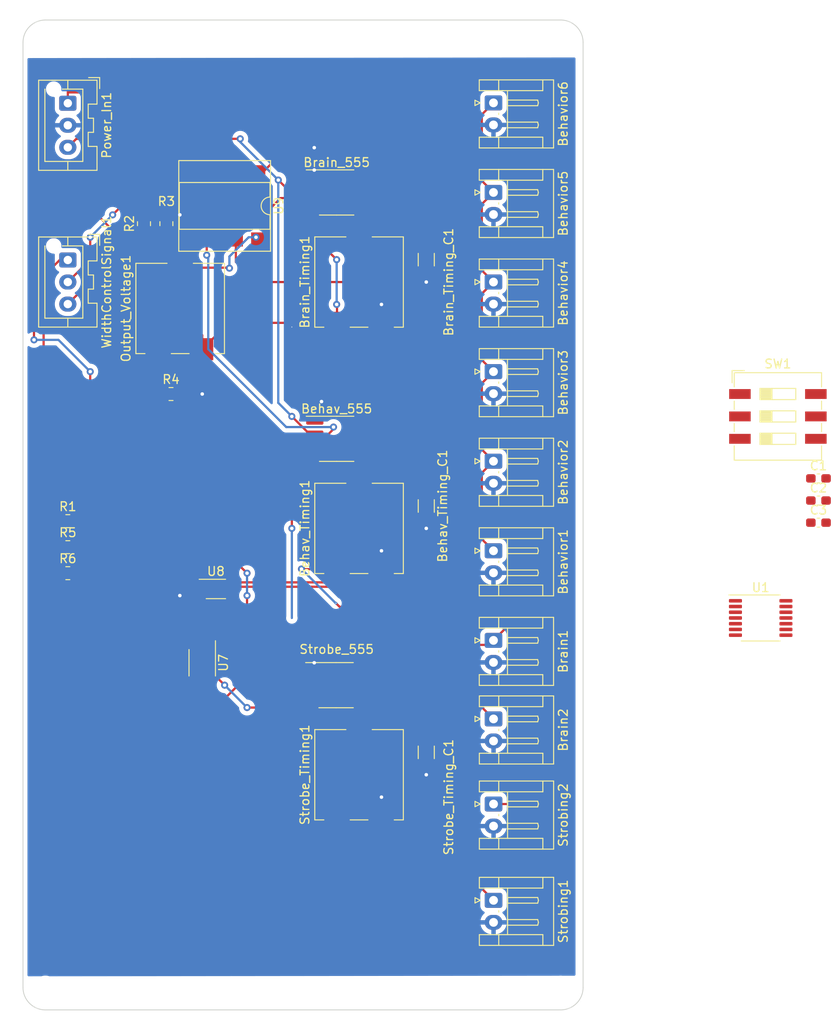
<source format=kicad_pcb>
(kicad_pcb (version 20221018) (generator pcbnew)
  (title_block (title "555 Monostable") (date "2023-10-06") (rev "0"))
  (layers (0 "F.Cu" signal) (31 "B.Cu" power) (34 "B.Paste" user) (35 "F.Paste" user) (36 "B.SilkS" user "B.Silkscreen") (37 "F.SilkS" user "F.Silkscreen") (38 "B.Mask" user) (39 "F.Mask" user) (44 "Edge.Cuts" user))
  (net 0 "")
  (net 1 "GND")
  (net 2 "+5V")
  (net 3 "Net-(Behavior1-Pin_1)")
  (net 4 "Net-(Brain1-Pin_1)")
  (net 5 "Net-(Brain_555-DIS)")
  (net 6 "/Strobing_Trigger/CV_In")
  (net 7 "/Behavior_Camera_Unit/CV_In")
  (net 8 "/Brain_Camera_Unit/CV_In")
  (net 9 "Net-(U9A-+)")
  (net 10 "Net-(U9C-V+)")
  (net 11 "VAC")
  (net 12 "/Behavior_Camera_Unit/Trigger_Out")
  (net 13 "Net-(In_Buffer_Brain1--)")
  (net 14 "/Brain_Camera_Unit/Trigger_Out")
  (net 15 "Net-(Behav_555-DIS)")
  (net 16 "/Strobing_Trigger/Trigger_Out")
  (net 17 "Net-(U7-D)")
  (net 18 "Net-(U7-Q)")
  (net 19 "Net-(In_Buffer_Strobe1--)")
  (net 20 "Net-(Strobe_555-DIS)")
  (net 21 "Net-(Strobing1-Pin_1)")
  (net 22 "Net-(Strobing2-Pin_1)")
  (net 23 "Net-(Output_Voltage1-Pad3)")
  (net 24 "Net-(U1A-+)")
  (net 25 "Net-(U1B-+)")
  (net 26 "Net-(U1C-+)")
  (net 27 "Net-(WidthControlSignal1-Pin_3)")
  (net 28 "Net-(WidthControlSignal1-Pin_2)")
  (net 29 "Net-(WidthControlSignal1-Pin_1)")
  (net 30 "Net-(U1A--)")
  (net 31 "Net-(U1B--)")
  (net 32 "Net-(U1C--)")
  (footprint "Capacitor_SMD:C_0603_1608Metric_Pad1.08x0.95mm_HandSolder" (layer "F.Cu") (at 115.585 75.58)
    (fp_text reference "C2")
    (fp_text value "10 nF")
  )
  (footprint "Package_SO:SSOP-8_2.95x2.8mm_P0.65mm" (layer "F.Cu") (at 45.72 93.98 -90)
    (fp_text reference "U7")
    (fp_text value "74LVC2G74")
  )
  (footprint "MountingHole:MountingHole_2.2mm_M2" (layer "F.Cu") (at 86.36 130.81)
    (fp_text reference "H4")
    (fp_text value "MountingHole")
  )
  (footprint "Package_SO:SOIC-8_3.9x4.9mm_P1.27mm" (layer "F.Cu") (at 60.96 40.64)
    (fp_text reference "Brain_555")
    (fp_text value "TLC555xD")
  )
  (footprint "Connector_JST:JST_EH_S2B-EH_1x02_P2.50mm_Horizontal" (layer "F.Cu") (at 78.74 71.12 -90)
    (fp_text reference "Behavior2")
    (fp_text value "Conn_01x02_Socket")
  )
  (footprint "Potentiometer_SMD:Potentiometer_ACP_CA9-VSMD_Vertical" (layer "F.Cu") (at 63.5 106.68 90)
    (fp_text reference "Strobe_Timing1")
    (fp_text value "0-10k")
  )
  (footprint "Button_Switch_SMD:SW_DIP_SPSTx03_Slide_9.78x9.8mm_W8.61mm_P2.54mm" (layer "F.Cu") (at 110.985 66.04)
    (fp_text reference "SW1")
    (fp_text value "SW_DIP_x03")
  )
  (footprint "Package_SO:TSSOP-14_4.4x5mm_P0.65mm" (layer "F.Cu") (at 109.035 88.9)
    (fp_text reference "U1")
    (fp_text value "OPA4196xPW")
  )
  (footprint "Capacitor_SMD:C_0603_1608Metric_Pad1.08x0.95mm_HandSolder" (layer "F.Cu") (at 115.585 73.07)
    (fp_text reference "C1")
    (fp_text value "10 nF")
  )
  (footprint "MountingHole:MountingHole_2.2mm_M2" (layer "F.Cu") (at 27.94 22.86)
    (fp_text reference "H2")
    (fp_text value "MountingHole")
  )
  (footprint "Resistor_SMD:R_0805_2012Metric_Pad1.20x1.40mm_HandSolder" (layer "F.Cu") (at 42.18 63.5)
    (fp_text reference "R4")
    (fp_text value "20k")
  )
  (footprint "Connector_JST:JST_EH_S2B-EH_1x02_P2.50mm_Horizontal" (layer "F.Cu") (at 78.7475 110.002 -90)
    (fp_text reference "Strobing2")
    (fp_text value "Conn_01x02_Socket")
  )
  (footprint "Package_DIP:DIP-8_W7.62mm_SMDSocket_SmallPads" (layer "F.Cu") (at 48.26 42.164 -90)
    (fp_text reference "U9")
    (fp_text value "OPA2333xxD")
  )
  (footprint "Connector_JST:JST_XA_B03B-XASK-1-A_1x03_P2.50mm_Vertical" (layer "F.Cu") (at 30.48 48.3 -90)
    (fp_text reference "WidthControlSignal1")
    (fp_text value "Conn_01x03_Socket")
  )
  (footprint "Capacitor_SMD:C_1206_3216Metric_Pad1.33x1.80mm_HandSolder" (layer "F.Cu") (at 71.12 76.2 -90)
    (fp_text reference "Behav_Timing_C1")
    (fp_text value "1.7u")
  )
  (footprint "Connector_JST:JST_EH_S2B-EH_1x02_P2.50mm_Horizontal" (layer "F.Cu") (at 78.74 91.44 -90)
    (fp_text reference "Brain1")
    (fp_text value "Conn_01x02_Socket")
  )
  (footprint "Connector_JST:JST_EH_S2B-EH_1x02_P2.50mm_Horizontal" (layer "F.Cu") (at 78.74 81.28 -90)
    (fp_text reference "Behavior1")
    (fp_text value "Conn_01x02_Socket")
  )
  (footprint "MountingHole:MountingHole_2.2mm_M2" (layer "F.Cu") (at 86.36 22.86)
    (fp_text reference "H1")
    (fp_text value "MountingHole")
  )
  (footprint "Resistor_SMD:R_0805_2012Metric_Pad1.20x1.40mm_HandSolder" (layer "F.Cu") (at 30.48 77.92)
    (fp_text reference "R1")
    (fp_text value "32k")
  )
  (footprint "Connector_JST:JST_XA_B03B-XASK-1-A_1x03_P2.50mm_Vertical" (layer "F.Cu") (at 30.48 30.52 -90)
    (fp_text reference "Power_In1")
    (fp_text value "Conn_01x03_Socket")
  )
  (footprint "Package_SO:SOIC-8_3.9x4.9mm_P1.27mm" (layer "F.Cu") (at 60.895 96.52)
    (fp_text reference "Strobe_555")
    (fp_text value "TLC555xD")
  )
  (footprint "Connector_JST:JST_EH_S2B-EH_1x02_P2.50mm_Horizontal" (layer "F.Cu") (at 78.74 50.8 -90)
    (fp_text reference "Behavior4")
    (fp_text value "Conn_01x02_Socket")
  )
  (footprint "Resistor_SMD:R_0805_2012Metric_Pad1.20x1.40mm_HandSolder" (layer "F.Cu") (at 41.656 44.18 90)
    (fp_text reference "R3")
    (fp_text value "20k")
  )
  (footprint "Connector_JST:JST_EH_S2B-EH_1x02_P2.50mm_Horizontal" (layer "F.Cu") (at 78.7475 100.35 -90)
    (fp_text reference "Brain2")
    (fp_text value "Conn_01x02_Socket")
  )
  (footprint "Package_SO:SOIC-8_3.9x4.9mm_P1.27mm" (layer "F.Cu") (at 60.96 68.58)
    (fp_text reference "Behav_555")
    (fp_text value "TLC555xD")
  )
  (footprint "Capacitor_SMD:C_1206_3216Metric_Pad1.33x1.80mm_HandSolder" (layer "F.Cu") (at 71.12 104.14 -90)
    (fp_text reference "Strobe_Timing_C1")
    (fp_text value "1.7u")
  )
  (footprint "Connector_JST:JST_EH_S2B-EH_1x02_P2.50mm_Horizontal" (layer "F.Cu") (at 78.7475 120.924 -90)
    (fp_text reference "Strobing1")
    (fp_text value "Conn_01x02_Socket")
  )
  (footprint "Potentiometer_SMD:Potentiometer_ACP_CA9-VSMD_Vertical" (layer "F.Cu") (at 43.22 53.795 90)
    (fp_text reference "Output_Voltage1")
    (fp_text value "10k")
  )
  (footprint "Capacitor_SMD:C_1206_3216Metric_Pad1.33x1.80mm_HandSolder" (layer "F.Cu") (at 71.12 48.26 -90)
    (fp_text reference "Brain_Timing_C1")
    (fp_text value "1.7u")
  )
  (footprint "Connector_JST:JST_EH_S2B-EH_1x02_P2.50mm_Horizontal" (layer "F.Cu") (at 78.74 40.64 -90)
    (fp_text reference "Behavior5")
    (fp_text value "Conn_01x02_Socket")
  )
  (footprint "Resistor_SMD:R_0805_2012Metric_Pad1.20x1.40mm_HandSolder" (layer "F.Cu") (at 30.48 80.87)
    (fp_text reference "R5")
    (fp_text value "32k")
  )
  (footprint "Capacitor_SMD:C_0603_1608Metric_Pad1.08x0.95mm_HandSolder" (layer "F.Cu") (at 115.585 78.09)
    (fp_text reference "C3")
    (fp_text value "10 nF")
  )
  (footprint "Potentiometer_SMD:Potentiometer_ACP_CA9-VSMD_Vertical" (layer "F.Cu") (at 63.5 78.74 90)
    (fp_text reference "Behav_Timing1")
    (fp_text value "0-10k")
  )
  (footprint "Potentiometer_SMD:Potentiometer_ACP_CA9-VSMD_Vertical" (layer "F.Cu") (at 63.5 50.8 90)
    (fp_text reference "Brain_Timing1")
    (fp_text value "0-10k")
  )
  (footprint "Connector_JST:JST_EH_S2B-EH_1x02_P2.50mm_Horizontal" (layer "F.Cu") (at 78.74 60.96 -90)
    (fp_text reference "Behavior3")
    (fp_text value "Conn_01x02_Socket")
  )
  (footprint "MountingHole:MountingHole_2.2mm_M2" (layer "F.Cu") (at 27.94 130.81)
    (fp_text reference "H3")
    (fp_text value "MountingHole")
  )
  (footprint "Resistor_SMD:R_0805_2012Metric_Pad1.20x1.40mm_HandSolder" (layer "F.Cu") (at 39.116 44.18 90)
    (fp_text reference "R2")
    (fp_text value "10k")
  )
  (footprint "Package_SO:VSSOP-8_2.3x2mm_P0.5mm" (layer "F.Cu") (at 47.27 85.61)
    (fp_text reference "U8")
    (fp_text value "74AHC2G00")
  )
  (footprint "Resistor_SMD:R_0805_2012Metric_Pad1.20x1.40mm_HandSolder" (layer "F.Cu") (at 30.48 83.82)
    (fp_text reference "R6")
    (fp_text value "32k")
  )
  (footprint "Connector_JST:JST_EH_S2B-EH_1x02_P2.50mm_Horizontal" (layer "F.Cu") (at 78.74 30.48 -90)
    (fp_text reference "Behavior6")
    (fp_text value "Conn_01x02_Socket")
  )
  (gr_line (start 86.36 133.35) (end 27.94 133.35) (stroke (width 0.1)) (layer "Edge.Cuts"))
  (gr_arc (start 25.4 23.622) (mid 26.143949 21.825949) (end 27.94 21.082) (stroke (width 0.1)) (layer "Edge.Cuts"))
  (gr_arc (start 86.36 21.082) (mid 88.156051 21.825949) (end 88.9 23.622) (stroke (width 0.1)) (layer "Edge.Cuts"))
  (gr_arc (start 88.9 130.81) (mid 88.156051 132.606051) (end 86.36 133.35) (stroke (width 0.1)) (layer "Edge.Cuts"))
  (gr_line (start 25.4 130.81) (end 25.4 23.622) (stroke (width 0.1)) (layer "Edge.Cuts"))
  (gr_arc (start 27.94 133.35) (mid 26.143949 132.606051) (end 25.4 130.81) (stroke (width 0.1)) (layer "Edge.Cuts"))
  (gr_line (start 27.94 21.082) (end 86.36 21.082) (stroke (width 0.1)) (layer "Edge.Cuts"))
  (gr_line (start 88.9 23.622) (end 88.9 130.81) (stroke (width 0.1)) (layer "Edge.Cuts"))
  (segment (start 71.12 105.7025) (end 71.12 106.68) (width 0.25) (layer "F.Cu") (net 1))
  (segment (start 71.12 49.8225) (end 71.12 50.8) (width 0.25) (layer "F.Cu") (net 1))
  (segment (start 44.45 87.63) (end 44.45 90.8425) (width 0.25) (layer "F.Cu") (net 1))
  (segment (start 44.745 92.28) (end 44.745 91.1375) (width 0.25) (layer "F.Cu") (net 1))
  (segment (start 66 109.26) (end 66.04 109.22) (width 0.25) (layer "F.Cu") (net 1))
  (segment (start 43.18 63.5) (end 45.72 63.5) (width 0.25) (layer "F.Cu") (net 1))
  (segment (start 44.745 91.1375) (end 44.45 90.8425) (width 0.25) (layer "F.Cu") (net 1))
  (segment (start 66 81.32) (end 66.04 81.28) (width 0.25) (layer "F.Cu") (net 1))
  (segment (start 71.12 77.7625) (end 71.12 78.74) (width 0.25) (layer "F.Cu") (net 1))
  (segment (start 44.45 39.37) (end 44.45 38.354) (width 0.25) (layer "F.Cu") (net 1))
  (segment (start 41.656 42.164) (end 44.45 39.37) (width 0.25) (layer "F.Cu") (net 1))
  (segment (start 41.656 43.18) (end 41.656 42.164) (width 0.25) (layer "F.Cu") (net 1))
  (segment (start 58.485 34.925) (end 58.485 35.495) (width 0.25) (layer "F.Cu") (net 1))
  (segment (start 58.485 35.495) (end 58.42 35.56) (width 0.25) (layer "F.Cu") (net 1))
  (segment (start 58.485 38.165) (end 58.42 38.1) (width 0.25) (layer "F.Cu") (net 1))
  (segment (start 66 111.305) (end 66 109.26) (width 0.25) (layer "F.Cu") (net 1))
  (segment (start 45.72 86.36) (end 44.45 87.63) (width 0.25) (layer "F.Cu") (net 1))
  (segment (start 58.485 38.735) (end 58.485 38.165) (width 0.25) (layer "F.Cu") (net 1))
  (segment (start 66 83.365) (end 66 81.32) (width 0.25) (layer "F.Cu") (net 1))
  (segment (start 66 55.425) (end 66 53.38) (width 0.25) (layer "F.Cu") (net 1))
  (segment (start 41.656 43.18) (end 43.18 43.18) (width 0.25) (layer "F.Cu") (net 1))
  (segment (start 66 53.38) (end 66.04 53.34) (width 0.25) (layer "F.Cu") (net 1))
  (segment (start 45.72 86.36) (end 43.18 86.36) (width 0.25) (layer "F.Cu") (net 1))
  (segment (start 58.42 94.615) (end 58.42 93.98) (width 0.25) (layer "F.Cu") (net 1))
  (via (at 43.18 86.36) (size 0.8) (drill 0.4) (layers "F.Cu" "B.Cu") (net 1))
  (via (at 71.12 50.8) (size 0.8) (drill 0.4) (layers "F.Cu" "B.Cu") (net 1))
  (via (at 71.12 78.74) (size 0.8) (drill 0.4) (layers "F.Cu" "B.Cu") (net 1))
  (via (at 45.72 63.5) (size 0.8) (drill 0.4) (layers "F.Cu" "B.Cu") (net 1))
  (via (at 71.12 106.68) (size 0.8) (drill 0.4) (layers "F.Cu" "B.Cu") (net 1))
  (via (at 58.42 35.56) (size 0.8) (drill 0.4) (layers "F.Cu" "B.Cu") (net 1))
  (via (at 66.04 53.34) (size 0.8) (drill 0.4) (layers "F.Cu" "B.Cu") (net 1))
  (via micro (at 55.88 55.8995) (size 0.3) (drill 0.1) (layers "F.Cu" "B.Cu") (net 1))
  (via (at 43.18 43.18) (size 0.8) (drill 0.4) (layers "F.Cu" "B.Cu") (net 1))
  (via (at 58.42 93.98) (size 0.8) (drill 0.4) (layers "F.Cu" "B.Cu") (net 1))
  (via (at 59.243157 64.355899) (size 0.8) (drill 0.4) (layers "F.Cu" "B.Cu") (net 1))
  (via (at 66.04 81.28) (size 0.8) (drill 0.4) (layers "F.Cu" "B.Cu") (net 1))
  (via (at 58.42 38.1) (size 0.8) (drill 0.4) (layers "F.Cu" "B.Cu") (net 1))
  (via (at 66.04 109.22) (size 0.8) (drill 0.4) (layers "F.Cu" "B.Cu") (net 1))
  (segment (start 61 83.365) (end 61 73) (width 0.25) (layer "F.Cu") (net 2))
  (segment (start 62.993249 94.615) (end 59.183249 98.425) (width 0.25) (layer "F.Cu") (net 2))
  (segment (start 58.42 100.125) (end 61 102.705) (width 0.25) (layer "F.Cu") (net 2))
  (segment (start 45.72 56.834126) (end 39.116 50.230126) (width 0.25) (layer "F.Cu") (net 2))
  (segment (start 61.411073 39.995678) (end 61.533795 39.995678) (width 0.25) (layer "F.Cu") (net 2))
  (segment (start 61 55.425) (end 61 58.266751) (width 0.25) (layer "F.Cu") (net 2))
  (segment (start 50.8 99.06) (end 57.785 99.06) (width 0.25) (layer "F.Cu") (net 2))
  (segment (start 69.852521 88.268917) (end 68.756179 87.172575) (width 0.25) (layer "F.Cu") (net 2))
  (segment (start 63.435 66.675) (end 66.622369 66.675) (width 0.25) (layer "F.Cu") (net 2))
  (segment (start 28.575 26.035) (end 30.48 27.94) (width 0.25) (layer "F.Cu") (net 2))
  (segment (start 60.96 48.26) (end 58.485 45.785) (width 0.25) (layer "F.Cu") (net 2))
  (segment (start 65.835719 88.265) (end 63.435 88.265) (width 0.25) (layer "F.Cu") (net 2))
  (segment (start 62.794473 38.735) (end 63.435 38.735) (width 0.25) (layer "F.Cu") (net 2))
  (segment (start 27.292005 27.317995) (end 28.575 26.035) (width 0.25) (layer "F.Cu") (net 2))
  (segment (start 61.533795 39.995678) (end 62.794473 38.735) (width 0.25) (layer "F.Cu") (net 2))
  (segment (start 48.715 55.425) (end 61 55.425) (width 0.25) (layer "F.Cu") (net 2))
  (segment (start 66.928144 87.172575) (end 65.835719 88.265) (width 0.25) (layer "F.Cu") (net 2))
  (segment (start 61 53.38) (end 60.96 53.34) (width 0.25) (layer "F.Cu") (net 2))
  (segment (start 39.116 50.230126) (end 39.116 45.18) (width 0.25) (layer "F.Cu") (net 2))
  (segment (start 45.72 58.42) (end 45.72 56.834126) (width 0.25) (layer "F.Cu") (net 2))
  (segment (start 35.8125 45.18) (end 27.292005 36.659505) (width 0.25) (layer "F.Cu") (net 2))
  (segment (start 62.84617 32.385) (end 60.337464 29.876294) (width 0.25) (layer "F.Cu") (net 2))
  (segment (start 63.435 32.385) (end 62.84617 32.385) (width 0.25) (layer "F.Cu") (net 2))
  (segment (start 60.337464 28.487215) (end 46.592893 28.487215) (width 0.25) (layer "F.Cu") (net 2))
  (segment (start 27.292005 36.659505) (end 27.292005 27.317995) (width 0.25) (layer "F.Cu") (net 2))
  (segment (start 57.785 99.06) (end 58.42 98.425) (width 0.25) (layer "F.Cu") (net 2))
  (segment (start 61 102.705) (end 61 111.305) (width 0.25) (layer "F.Cu") (net 2))
  (segment (start 39.116 45.18) (end 35.8125 45.18) (width 0.25) (layer "F.Cu") (net 2))
  (segment (start 46.045 95.68) (end 46.695 95.68) (width 0.25) (layer "F.Cu") (net 2))
  (segment (start 58.861751 70.485) (end 62.671751 66.675) (width 0.25) (layer "F.Cu") (net 2))
  (segment (start 45.72 58.42) (end 48.715 55.425) (width 0.25) (layer "F.Cu") (net 2))
  (segment (start 46.695 95.68) (end 47.42 95.68) (width 0.25) (layer "F.Cu") (net 2))
  (segment (start 58.42 98.425) (end 58.42 100.125) (width 0.25) (layer "F.Cu") (net 2))
  (segment (start 30.48 27.94) (end 30.48 29.291419) (width 0.25) (layer "F.Cu") (net 2))
  (segment (start 58.485 42.545) (end 58.861751 42.545) (width 0.25) (layer "F.Cu") (net 2))
  (segment (start 58.485 45.785) (end 58.485 42.545) (width 0.25) (layer "F.Cu") (net 2))
  (segment (start 59.505 84.86) (end 61 83.365) (width 0.25) (layer "F.Cu") (net 2))
  (segment (start 61 73) (end 58.485 70.485) (width 0.25) (layer "F.Cu") (net 2))
  (segment (start 69.852521 91.851578) (end 69.852521 88.268917) (width 0.25) (layer "F.Cu") (net 2))
  (segment (start 60.337464 29.876294) (end 60.337464 28.487215) (width 0.25) (layer "F.Cu") (net 2))
  (segment (start 56.99405 83.365) (end 56.973937 83.344887) (width 0.25) (layer "F.Cu") (net 2))
  (segment (start 62.671751 66.675) (end 63.435 66.675) (width 0.25) (layer "F.Cu") (net 2))
  (segment (start 63.37 94.615) (end 66.133422 91.851578) (width 0.25) (layer "F.Cu") (net 2))
  (segment (start 66.133422 91.851578) (end 69.852521 91.851578) (width 0.25) (layer "F.Cu") (net 2))
  (segment (start 30.48 29.291419) (end 30.48 30.52) (width 0.25) (layer "F.Cu") (net 2))
  (segment (start 45.788689 29.291419) (end 30.48 29.291419) (width 0.25) (layer "F.Cu") (net 2))
  (segment (start 59.183249 98.425) (end 58.42 98.425) (width 0.25) (layer "F.Cu") (net 2))
  (segment (start 61 83.365) (end 56.99405 83.365) (width 0.25) (layer "F.Cu") (net 2))
  (segment (start 63.435 88.265) (end 62.81 87.64) (width 0.25) (layer "F.Cu") (net 2))
  (segment (start 46.592893 28.487215) (end 45.788689 29.291419) (width 0.25) (layer "F.Cu") (net 2))
  (segment (start 58.861751 42.545) (end 61.411073 39.995678) (width 0.25) (layer "F.Cu") (net 2))
  (segment (start 48.82 84.86) (end 59.505 84.86) (width 0.25) (layer "F.Cu") (net 2))
  (segment (start 62.81 87.64) (end 61.299859 87.64) (width 0.25) (layer "F.Cu") (net 2))
  (segment (start 61 55.425) (end 61 53.38) (width 0.25) (layer "F.Cu") (net 2))
  (segment (start 63.37 94.615) (end 62.993249 94.615) (width 0.25) (layer "F.Cu") (net 2))
  (segment (start 58.485 70.485) (end 58.861751 70.485) (width 0.25) (layer "F.Cu") (net 2))
  (segment (start 45.395 95.68) (end 46.045 95.68) (width 0.25) (layer "F.Cu") (net 2))
  (segment (start 61.299859 87.64) (end 60.88466 87.224801) (width 0.25) (layer "F.Cu") (net 2))
  (segment (start 68.756179 87.172575) (end 66.928144 87.172575) (width 0.25) (layer "F.Cu") (net 2))
  (segment (start 47.42 95.68) (end 48.26 96.52) (width 0.25) (layer "F.Cu") (net 2))
  (via (at 60.96 48.26) (size 0.8) (drill 0.4) (layers "F.Cu" "B.Cu") (net 2))
  (via (at 56.973937 83.344887) (size 0.8) (drill 0.4) (layers "F.Cu" "B.Cu") (net 2))
  (via micro (at 60.88466 87.224801) (size 0.3) (drill 0.1) (layers "F.Cu" "B.Cu") (net 2))
  (via (at 48.26 96.52) (size 0.8) (drill 0.4) (layers "F.Cu" "B.Cu") (net 2))
  (via (at 60.96 53.34) (size 0.8) (drill 0.4) (layers "F.Cu" "B.Cu") (net 2))
  (via (at 50.8 99.06) (size 0.8) (drill 0.4) (layers "F.Cu" "B.Cu") (net 2))
  (segment (start 60.853851 87.224801) (end 56.973937 83.344887) (width 0.25) (layer "B.Cu") (net 2))
  (segment (start 60.96 53.34) (end 60.96 48.26) (width 0.25) (layer "B.Cu") (net 2))
  (segment (start 48.26 96.52) (end 50.8 99.06) (width 0.25) (layer "B.Cu") (net 2))
  (segment (start 60.88466 87.224801) (end 60.853851 87.224801) (width 0.25) (layer "B.Cu") (net 2))
  (segment (start 49.53 45.974) (end 49.53 48.514) (width 0.25) (layer "F.Cu") (net 3))
  (segment (start 77.415 31.805) (end 78.74 30.48) (width 0.25) (layer "F.Cu") (net 3))
  (segment (start 77.415 79.955) (end 77.415 72.445) (width 0.25) (layer "F.Cu") (net 3))
  (segment (start 77.415 39.315) (end 77.415 31.805) (width 0.25) (layer "F.Cu") (net 3))
  (segment (start 78.74 71.12) (end 77.415 69.795) (width 0.25) (layer "F.Cu") (net 3))
  (segment (start 78.74 50.8) (end 77.415 49.475) (width 0.25) (layer "F.Cu") (net 3))
  (segment (start 78.74 40.64) (end 77.415 39.315) (width 0.25) (layer "F.Cu") (net 3))
  (segment (start 77.415 41.965) (end 78.74 40.64) (width 0.25) (layer "F.Cu") (net 3))
  (segment (start 78.74 50.8) (end 76.2 53.34) (width 0.25) (layer "F.Cu") (net 3))
  (segment (start 77.415 59.635) (end 77.415 52.125) (width 0.25) (layer "F.Cu") (net 3))
  (segment (start 77.415 49.475) (end 77.415 41.965) (width 0.25) (layer "F.Cu") (net 3))
  (segment (start 78.74 81.28) (end 77.415 79.955) (width 0.25) (layer "F.Cu") (net 3))
  (segment (start 77.415 62.285) (end 78.74 60.96) (width 0.25) (layer "F.Cu") (net 3))
  (segment (start 49.53 48.514) (end 51.816 50.8) (width 0.25) (layer "F.Cu") (net 3))
  (segment (start 71.12 53.34) (end 68.58 50.8) (width 0.25) (layer "F.Cu") (net 3))
  (segment (start 76.2 53.34) (end 71.12 53.34) (width 0.25) (layer "F.Cu") (net 3))
  (segment (start 77.415 52.125) (end 78.74 50.8) (width 0.25) (layer "F.Cu") (net 3))
  (segment (start 78.74 60.96) (end 77.415 59.635) (width 0.25) (layer "F.Cu") (net 3))
  (segment (start 77.415 69.795) (end 77.415 62.285) (width 0.25) (layer "F.Cu") (net 3))
  (segment (start 68.58 50.8) (end 51.816 50.8) (width 0.25) (layer "F.Cu") (net 3))
  (segment (start 77.415 72.445) (end 78.74 71.12) (width 0.25) (layer "F.Cu") (net 3))
  (segment (start 53.94471 36.73529) (end 53.94471 36.98729) (width 0.25) (layer "F.Cu") (net 4))
  (segment (start 65.45847 37.962666) (end 64.231094 36.73529) (width 0.25) (layer "F.Cu") (net 4))
  (segment (start 78.74 91.44) (end 80.065 90.115) (width 0.25) (layer "F.Cu") (net 4))
  (segment (start 78.7475 100.35) (end 74.422 96.0245) (width 0.25) (layer "F.Cu") (net 4))
  (segment (start 70.221647 37.962666) (end 65.45847 37.962666) (width 0.25) (layer "F.Cu") (net 4))
  (segment (start 81.788 27.94) (end 78.05103 27.94) (width 0.25) (layer "F.Cu") (net 4))
  (segment (start 53.94471 36.98729) (end 52.324 38.608) (width 0.25) (layer "F.Cu") (net 4))
  (segment (start 80.065 90.115) (end 80.065 89.969885) (width 0.25) (layer "F.Cu") (net 4))
  (segment (start 78.232 91.948) (end 78.74 91.44) (width 0.25) (layer "F.Cu") (net 4))
  (segment (start 80.065 89.969885) (end 83.162015 86.87287) (width 0.25) (layer "F.Cu") (net 4))
  (segment (start 64.231094 36.73529) (end 53.94471 36.73529) (width 0.25) (layer "F.Cu") (net 4))
  (segment (start 78.05103 27.94) (end 70.221647 35.769383) (width 0.25) (layer "F.Cu") (net 4))
  (segment (start 70.221647 35.769383) (end 70.221647 37.962666) (width 0.25) (layer "F.Cu") (net 4))
  (segment (start 83.162015 29.314015) (end 81.788 27.94) (width 0.25) (layer "F.Cu") (net 4))
  (segment (start 74.422 91.948) (end 78.232 91.948) (width 0.25) (layer "F.Cu") (net 4))
  (segment (start 83.162015 86.87287) (end 83.162015 29.314015) (width 0.25) (layer "F.Cu") (net 4))
  (segment (start 74.422 96.0245) (end 74.422 91.948) (width 0.25) (layer "F.Cu") (net 4))
  (segment (start 71.12 40.64) (end 71.12 46.6975) (width 0.25) (layer "F.Cu") (net 5))
  (segment (start 70.5975 46.175) (end 63.5 46.175) (width 0.25) (layer "F.Cu") (net 5))
  (segment (start 64.07 40.64) (end 71.12 40.64) (width 0.25) (layer "F.Cu") (net 5))
  (segment (start 63.435 40.005) (end 63.435 41.275) (width 0.25) (layer "F.Cu") (net 5))
  (segment (start 63.435 41.275) (end 64.07 40.64) (width 0.25) (layer "F.Cu") (net 5))
  (segment (start 71.12 46.6975) (end 70.5975 46.175) (width 0.25) (layer "F.Cu") (net 5))
  (segment (start 63.51 98.285) (end 68.58 98.285) (width 0.25) (layer "F.Cu") (net 6))
  (segment (start 63.37 98.425) (end 63.51 98.285) (width 0.25) (layer "F.Cu") (net 6))
  (segment (start 63.435 70.485) (end 63.575 70.345) (width 0.25) (layer "F.Cu") (net 7))
  (segment (start 63.575 70.345) (end 68.58 70.345) (width 0.25) (layer "F.Cu") (net 7))
  (segment (start 63.575 42.405) (end 68.58 42.405) (width 0.25) (layer "F.Cu") (net 8))
  (segment (start 63.435 42.545) (end 63.575 42.405) (width 0.25) (layer "F.Cu") (net 8))
  (segment (start 43.18 45.18) (end 41.656 45.18) (width 0.25) (layer "F.Cu") (net 9))
  (segment (start 39.116 43.18) (end 41.116 45.18) (width 0.25) (layer "F.Cu") (net 9))
  (segment (start 43.18 45.18) (end 44.45 46.45) (width 0.25) (layer "F.Cu") (net 9))
  (segment (start 43.18 45.18) (end 46.99 41.37) (width 0.25) (layer "F.Cu") (net 9))
  (segment (start 46.99 41.37) (end 46.99 38.354) (width 0.25) (layer "F.Cu") (net 9))
  (segment (start 41.116 45.18) (end 41.656 45.18) (width 0.25) (layer "F.Cu") (net 9))
  (segment (start 43.22 49.17) (end 48.747341 49.17) (width 0.25) (layer "F.Cu") (net 10))
  (segment (start 51.816 45.72) (end 51.816 46.736) (width 0.25) (layer "F.Cu") (net 10))
  (segment (start 48.747341 49.17) (end 48.801551 49.22421) (width 0.25) (layer "F.Cu") (net 10))
  (via (at 51.816 45.72) (size 0.8) (drill 0.4) (layers "F.Cu" "B.Cu") (net 10))
  (via (at 48.801551 49.22421) (size 0.8) (drill 0.4) (layers "F.Cu" "B.Cu") (net 10))
  (segment (start 50.984375 45.72) (end 51.816 45.72) (width 0.25) (layer "B.Cu") (net 10))
  (segment (start 48.801551 47.902824) (end 50.984375 45.72) (width 0.25) (layer "B.Cu") (net 10))
  (segment (start 48.801551 49.22421) (end 48.801551 47.902824) (width 0.25) (layer "B.Cu") (net 10))
  (segment (start 58.42 95.885) (end 58.043249 95.885) (width 0.25) (layer "F.Cu") (net 11))
  (segment (start 31.444703 34.555297) (end 50.029036 34.555297) (width 0.25) (layer "F.Cu") (net 11))
  (segment (start 58.043249 95.885) (end 55.88 93.721751) (width 0.25) (layer "F.Cu") (net 11))
  (segment (start 55.115028 40.005) (end 58.485 40.005) (width 0.25) (layer "F.Cu") (net 11))
  (segment (start 55.88 66.04) (end 57.785 67.945) (width 0.25) (layer "F.Cu") (net 11))
  (segment (start 55.88 70.173249) (end 58.108249 67.945) (width 0.25) (layer "F.Cu") (net 11))
  (segment (start 55.88 78.74) (end 55.88 70.173249) (width 0.25) (layer "F.Cu") (net 11))
  (segment (start 57.785 67.945) (end 58.485 67.945) (width 0.25) (layer "F.Cu") (net 11))
  (segment (start 58.108249 67.945) (end 58.485 67.945) (width 0.25) (layer "F.Cu") (net 11))
  (segment (start 30.48 35.52) (end 31.444703 34.555297) (width 0.25) (layer "F.Cu") (net 11))
  (segment (start 54.341745 39.231717) (end 55.115028 40.005) (width 0.25) (layer "F.Cu") (net 11))
  (via (at 54.341745 39.231717) (size 0.8) (drill 0.4) (layers "F.Cu" "B.Cu") (net 11))
  (via (at 55.88 66.04) (size 0.8) (drill 0.4) (layers "F.Cu" "B.Cu") (net 11))
  (via (at 50.029036 34.555297) (size 0.8) (drill 0.4) (layers "F.Cu" "B.Cu") (net 11))
  (via (at 55.88 78.74) (size 0.8) (drill 0.4) (layers "F.Cu" "B.Cu") (net 11))
  (segment (start 54.341745 64.501745) (end 55.88 66.04) (width 0.25) (layer "B.Cu") (net 11))
  (segment (start 50.029036 34.555297) (end 50.029036 34.919008) (width 0.25) (layer "B.Cu") (net 11))
  (segment (start 50.029036 34.919008) (end 54.341745 39.231717) (width 0.25) (layer "B.Cu") (net 11))
  (segment (start 54.341745 39.231717) (end 54.341745 64.501745) (width 0.25) (layer "B.Cu") (net 11))
  (segment (start 55.88 88.9) (end 55.88 78.74) (width 0.25) (layer "B.Cu") (net 11))
  (segment (start 58.861751 69.215) (end 60.602576 67.474175) (width 0.25) (layer "F.Cu") (net 12))
  (segment (start 58.485 69.215) (end 58.861751 69.215) (width 0.25) (layer "F.Cu") (net 12))
  (segment (start 60.602576 67.474175) (end 60.602576 67.247783) (width 0.25) (layer "F.Cu") (net 12))
  (segment (start 46.228 46.736) (end 46.99 45.974) (width 0.25) (layer "F.Cu") (net 12))
  (segment (start 46.228 47.752) (end 46.228 46.736) (width 0.25) (layer "F.Cu") (net 12))
  (via (at 60.602576 67.247783) (size 0.8) (drill 0.4) (layers "F.Cu" "B.Cu") (net 12))
  (via (at 46.228 47.752) (size 0.8) (drill 0.4) (layers "F.Cu" "B.Cu") (net 12))
  (segment (start 46.403101 58.409667) (end 46.403101 47.524485) (width 0.25) (layer "B.Cu") (net 12))
  (segment (start 60.602576 67.247783) (end 55.241217 67.247783) (width 0.25) (layer "B.Cu") (net 12))
  (segment (start 46.403101 47.576899) (end 46.228 47.752) (width 0.25) (layer "B.Cu") (net 12))
  (segment (start 46.403101 47.524485) (end 46.403101 47.576899) (width 0.25) (layer "B.Cu") (net 12))
  (segment (start 46.403101 58.409667) (end 55.241217 67.247783) (width 0.25) (layer "B.Cu") (net 12))
  (segment (start 60.325 32.385) (end 58.485 32.385) (width 0.25) (layer "F.Cu") (net 13))
  (segment (start 63.435 33.655) (end 61.595 33.655) (width 0.25) (layer "F.Cu") (net 13))
  (segment (start 61.595 33.655) (end 60.325 32.385) (width 0.25) (layer "F.Cu") (net 13))
  (segment (start 63.435 33.655) (end 63.575 33.795) (width 0.25) (layer "F.Cu") (net 13))
  (segment (start 63.575 33.795) (end 68.58 33.795) (width 0.25) (layer "F.Cu") (net 13))
  (segment (start 53.534958 42.351799) (end 54.611757 41.275) (width 0.25) (layer "F.Cu") (net 14))
  (segment (start 49.53 39.37) (end 49.53 38.354) (width 0.25) (layer "F.Cu") (net 14))
  (segment (start 52.511799 42.351799) (end 53.534958 42.351799) (width 0.25) (layer "F.Cu") (net 14))
  (segment (start 54.611757 41.275) (end 58.485 41.275) (width 0.25) (layer "F.Cu") (net 14))
  (segment (start 49.53 39.37) (end 52.511799 42.351799) (width 0.25) (layer "F.Cu") (net 14))
  (segment (start 70.5975 74.115) (end 71.12 74.6375) (width 0.25) (layer "F.Cu") (net 15))
  (segment (start 63.435 69.215) (end 63.435 67.945) (width 0.25) (layer "F.Cu") (net 15))
  (segment (start 62.135 72.75) (end 62.135 70.138249) (width 0.25) (layer "F.Cu") (net 15))
  (segment (start 63.5 74.115) (end 70.5975 74.115) (width 0.25) (layer "F.Cu") (net 15))
  (segment (start 63.5 74.115) (end 62.135 72.75) (width 0.25) (layer "F.Cu") (net 15))
  (segment (start 63.058249 69.215) (end 63.435 69.215) (width 0.25) (layer "F.Cu") (net 15))
  (segment (start 62.135 70.138249) (end 63.058249 69.215) (width 0.25) (layer "F.Cu") (net 15))
  (segment (start 48.26 88.472796) (end 48.82 87.912796) (width 0.25) (layer "F.Cu") (net 16))
  (segment (start 43.088309 99.649917) (end 41.506979 98.068587) (width 0.25) (layer "F.Cu") (net 16))
  (segment (start 48.26 90.8425) (end 48.26 88.472796) (width 0.25) (layer "F.Cu") (net 16))
  (segment (start 41.506979 98.068587) (end 41.506979 84.854736) (width 0.25) (layer "F.Cu") (net 16))
  (segment (start 48.460498 97.852002) (end 48.460498 99.649917) (width 0.25) (layer "F.Cu") (net 16))
  (segment (start 50.2025 90.8425) (end 50.2025 96.11) (width 0.25) (layer "F.Cu") (net 16))
  (segment (start 41.506979 84.854736) (end 41.512243 84.86) (width 0.25) (layer "F.Cu") (net 16))
  (segment (start 41.512243 84.86) (end 45.72 84.86) (width 0.25) (layer "F.Cu") (net 16))
  (segment (start 50.2025 96.11) (end 48.460498 97.852002) (width 0.25) (layer "F.Cu") (net 16))
  (segment (start 58.42 97.155) (end 56.878213 97.155) (width 0.25) (layer "F.Cu") (net 16))
  (segment (start 50.2025 90.8425) (end 48.26 90.8425) (width 0.25) (layer "F.Cu") (net 16))
  (segment (start 48.460498 99.649917) (end 43.088309 99.649917) (width 0.25) (layer "F.Cu") (net 16))
  (segment (start 48.82 87.912796) (end 48.82 86.36) (width 0.25) (layer "F.Cu") (net 16))
  (segment (start 48.1325 90.8425) (end 48.26 90.8425) (width 0.25) (layer "F.Cu") (net 16))
  (segment (start 56.878213 97.155) (end 50.565713 90.8425) (width 0.25) (layer "F.Cu") (net 16))
  (segment (start 46.695 92.28) (end 48.1325 90.8425) (width 0.25) (layer "F.Cu") (net 16))
  (segment (start 50.565713 90.8425) (end 50.2025 90.8425) (width 0.25) (layer "F.Cu") (net 16))
  (segment (start 45.395 91.1675) (end 45.395 92.28) (width 0.25) (layer "F.Cu") (net 17))
  (segment (start 46.99 86.99) (end 48.12 85.86) (width 0.25) (layer "F.Cu") (net 17))
  (segment (start 45.72 90.8425) (end 46.045 91.1675) (width 0.25) (layer "F.Cu") (net 17))
  (segment (start 45.72 90.8425) (end 45.395 91.1675) (width 0.25) (layer "F.Cu") (net 17))
  (segment (start 46.045 91.1675) (end 46.045 92.28) (width 0.25) (layer "F.Cu") (net 17))
  (segment (start 46.99 90.8425) (end 46.99 86.99) (width 0.25) (layer "F.Cu") (net 17))
  (segment (start 45.72 90.8425) (end 46.99 90.8425) (width 0.25) (layer "F.Cu") (net 17))
  (segment (start 48.12 85.86) (end 48.82 85.86) (width 0.25) (layer "F.Cu") (net 17))
  (segment (start 42.189627 85.36) (end 45.72 85.36) (width 0.25) (layer "F.Cu") (net 18))
  (segment (start 44.745 94.63) (end 43.18 93.065) (width 0.25) (layer "F.Cu") (net 18))
  (segment (start 44.745 95.68) (end 44.745 94.63) (width 0.25) (layer "F.Cu") (net 18))
  (segment (start 43.18 87.87153) (end 42.023009 86.714539) (width 0.25) (layer "F.Cu") (net 18))
  (segment (start 43.18 93.065) (end 43.18 87.87153) (width 0.25) (layer "F.Cu") (net 18))
  (segment (start 42.186678 85.357051) (end 42.189627 85.36) (width 0.25) (layer "F.Cu") (net 18))
  (segment (start 42.023009 86.714539) (end 42.023009 85.52072) (width 0.25) (layer "F.Cu") (net 18))
  (segment (start 42.023009 85.52072) (end 42.186678 85.357051) (width 0.25) (layer "F.Cu") (net 18))
  (segment (start 63.575 89.675) (end 63.435 89.535) (width 0.25) (layer "F.Cu") (net 19))
  (segment (start 61.595 89.535) (end 63.435 89.535) (width 0.25) (layer "F.Cu") (net 19))
  (segment (start 60.325 88.265) (end 61.595 89.535) (width 0.25) (layer "F.Cu") (net 19))
  (segment (start 58.485 88.265) (end 60.325 88.265) (width 0.25) (layer "F.Cu") (net 19))
  (segment (start 68.58 89.675) (end 63.575 89.675) (width 0.25) (layer "F.Cu") (net 19))
  (segment (start 70.5975 102.055) (end 71.12 102.5775) (width 0.25) (layer "F.Cu") (net 20))
  (segment (start 71.12 102.5775) (end 71.12 96.52) (width 0.25) (layer "F.Cu") (net 20))
  (segment (start 63.37 95.885) (end 63.37 97.155) (width 0.25) (layer "F.Cu") (net 20))
  (segment (start 64.005 96.52) (end 63.37 97.155) (width 0.25) (layer "F.Cu") (net 20))
  (segment (start 71.12 96.52) (end 64.005 96.52) (width 0.25) (layer "F.Cu") (net 20))
  (segment (start 63.5 102.055) (end 70.5975 102.055) (width 0.25) (layer "F.Cu") (net 20))
  (segment (start 67.58 85.36) (end 48.82 85.36) (width 0.25) (layer "F.Cu") (net 21))
  (segment (start 73.66 99.02) (end 71.57 96.93) (width 0.25) (layer "F.Cu") (net 21))
  (segment (start 71.57 89.35) (end 67.58 85.36) (width 0.25) (layer "F.Cu") (net 21))
  (segment (start 71.57 96.93) (end 71.57 89.35) (width 0.25) (layer "F.Cu") (net 21))
  (segment (start 73.66 115.8365) (end 73.66 99.02) (width 0.25) (layer "F.Cu") (net 21))
  (segment (start 78.7475 120.924) (end 73.66 115.8365) (width 0.25) (layer "F.Cu") (net 21))
  (segment (start 41.542107 84.183212) (end 46.554237 84.183212) (width 0.25) (layer "F.Cu") (net 22))
  (segment (start 80.792 110.002) (end 81.026 110.236) (width 0.25) (layer "F.Cu") (net 22))
  (segment (start 46.554237 84.183212) (end 46.79252 84.421495) (width 0.25) (layer "F.Cu") (net 22))
  (segment (start 81.026 110.236) (end 81.026 126.492) (width 0.25) (layer "F.Cu") (net 22))
  (segment (start 46.79252 85.48748) (end 46.42 85.86) (width 0.25) (layer "F.Cu") (net 22))
  (segment (start 55.88 104.14) (end 45.72 104.14) (width 0.25) (layer "F.Cu") (net 22))
  (segment (start 46.79252 84.421495) (end 46.79252 85.48748) (width 0.25) (layer "F.Cu") (net 22))
  (segment (start 55.88 111.76) (end 55.88 104.14) (width 0.25) (layer "F.Cu") (net 22))
  (segment (start 81.026 126.492) (end 70.612 126.492) (width 0.25) (layer "F.Cu") (net 22))
  (segment (start 70.612 126.492) (end 55.88 111.76) (width 0.25) (layer "F.Cu") (net 22))
  (segment (start 46.42 85.86) (end 45.72 85.86) (width 0.25) (layer "F.Cu") (net 22))
  (segment (start 40.943766 99.363766) (end 40.943766 84.781553) (width 0.25) (layer "F.Cu") (net 22))
  (segment (start 79.034 109.514) (end 79.074 109.474) (width 0.25) (layer "F.Cu") (net 22))
  (segment (start 45.72 104.14) (end 40.943766 99.363766) (width 0.25) (layer "F.Cu") (net 22))
  (segment (start 40.943766 84.781553) (end 41.542107 84.183212) (width 0.25) (layer "F.Cu") (net 22))
  (segment (start 78.7475 110.002) (end 80.792 110.002) (width 0.25) (layer "F.Cu") (net 22))
  (segment (start 40.72 58.42) (end 40.72 63.04) (width 0.25) (layer "F.Cu") (net 23))
  (segment (start 40.72 63.04) (end 41.18 63.5) (width 0.25) (layer "F.Cu") (net 23))
  (segment (start 33.02 50.76) (end 33.02 45.72) (width 0.25) (layer "F.Cu") (net 27))
  (segment (start 35.56 43.18) (end 43.18 35.56) (width 0.25) (layer "F.Cu") (net 27))
  (segment (start 30.48 53.3) (end 33.02 50.76) (width 0.25) (layer "F.Cu") (net 27))
  (via (at 35.56 43.18) (size 0.8) (drill 0.4) (layers "F.Cu" "B.Cu") (net 27))
  (via (at 33.02 45.72) (size 0.8) (drill 0.4) (layers "F.Cu" "B.Cu") (net 27))
  (segment (start 33.02 45.72) (end 35.56 43.18) (width 0.25) (layer "B.Cu") (net 27))
  (segment (start 30.48 50.8) (end 32.407686 48.872314) (width 0.25) (layer "F.Cu") (net 28))
  (segment (start 32.407686 47.647686) (end 30.46 45.7) (width 0.25) (layer "F.Cu") (net 28))
  (segment (start 33.02 60.96) (end 33.02 62.200277) (width 0.25) (layer "F.Cu") (net 28))
  (segment (start 32.407686 48.872314) (end 32.407686 47.647686) (width 0.25) (layer "F.Cu") (net 28))
  (segment (start 30.46 45.7) (end 28.465786 45.7) (width 0.25) (layer "F.Cu") (net 28))
  (segment (start 28.465786 45.7) (end 26.64558 47.520206) (width 0.25) (layer "F.Cu") (net 28))
  (segment (start 26.64558 47.520206) (end 26.64558 57.35638) (width 0.25) (layer "F.Cu") (net 28))
  (segment (start 39.654874 68.835151) (end 48.004849 68.835151) (width 0.25) (layer "F.Cu") (net 28))
  (segment (start 33.02 62.200277) (end 39.654874 68.835151) (width 0.25) (layer "F.Cu") (net 28))
  (via (at 33.02 60.96) (size 0.8) (drill 0.4) (layers "F.Cu" "B.Cu") (net 28))
  (via (at 26.64558 57.35638) (size 0.8) (drill 0.4) (layers "F.Cu" "B.Cu") (net 28))
  (segment (start 26.64558 57.35638) (end 29.41638 57.35638) (width 0.25) (layer "B.Cu") (net 28))
  (segment (start 29.41638 57.35638) (end 33.02 60.96) (width 0.25) (layer "B.Cu") (net 28))
  (segment (start 30.48 48.3) (end 29.562935 48.3) (width 0.25) (layer "F.Cu") (net 29))
  (segment (start 29.562935 48.3) (end 27.734459 50.128476) (width 0.25) (layer "F.Cu") (net 29))
  (segment (start 27.734459 60.754459) (end 50.8 83.82) (width 0.25) (layer "F.Cu") (net 29))
  (segment (start 27.734459 50.128476) (end 27.734459 60.754459) (width 0.25) (layer "F.Cu") (net 29))
  (segment (start 50.8 88.36) (end 50.8 86.36) (width 0.25) (layer "F.Cu") (net 29))
  (via (at 50.8 83.82) (size 0.8) (drill 0.4) (layers "F.Cu" "B.Cu") (net 29))
  (via (at 50.8 86.36) (size 0.8) (drill 0.4) (layers "F.Cu" "B.Cu") (net 29))
  (segment (start 50.8 86.36) (end 50.8 83.82) (width 0.25) (layer "B.Cu") (net 29))
  (zone (net 1) (net_name "GND") (layer "B.Cu") (connect_pads (clearance 0.5)) (min_thickness 0.25) (fill yes (thermal_gap 0.5) (thermal_bridge_width 0.5))
    (polygon (pts (xy 88.037096 25.33131) (xy 25.908 25.4) (xy 25.908 129.54) (xy 88.037096 129.47131)))
  )
)
</source>
